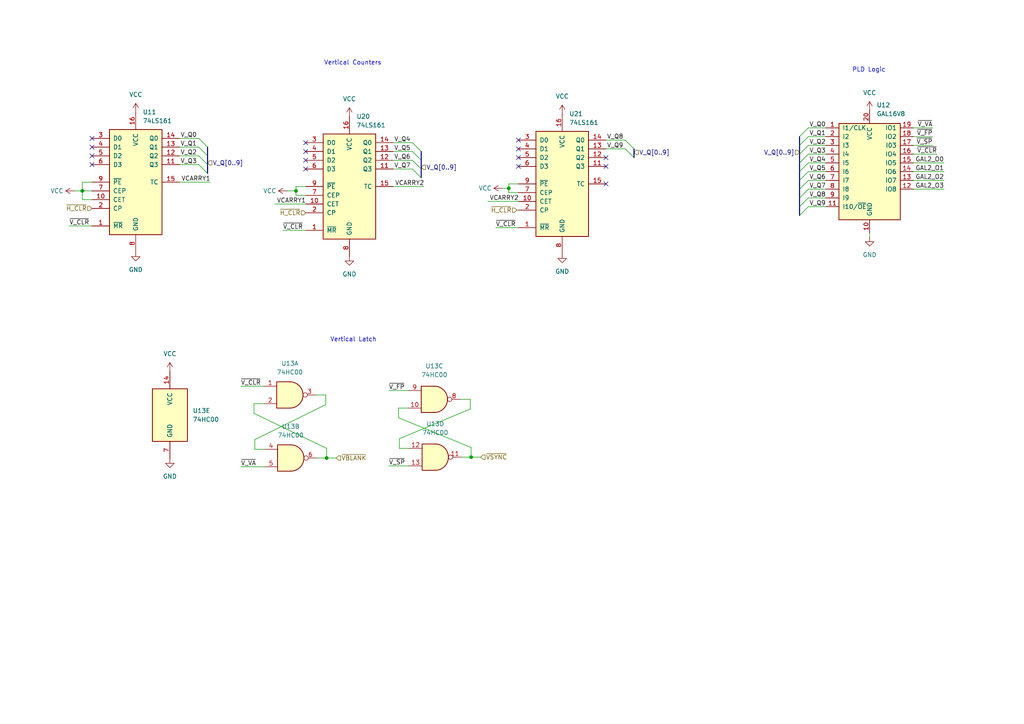
<source format=kicad_sch>
(kicad_sch (version 20211123) (generator eeschema)
  (paper "A4")
  (title_block (title "Vertical") (date "9/12/22") (rev "1.0") (company "Korey Bliss") (comment 1 "https://github.com/kblissExternal/6502"))
  (lib_symbols
    (symbol "74xx:74HC00" (pin_names (offset 1.016))
      (property "Reference" "U" (at 0 1.27 0))
      (property "Value" "74HC00" (at 0 -1.27 0))
      (symbol "74HC00_1_1"
        (arc (start 0 -3.81) (mid 3.81 0) (end 0 3.81) (stroke (width 0.254)) (fill (type background)))
        (polyline (pts (xy 0 3.81) (xy -3.81 3.81) (xy -3.81 -3.81) (xy 0 -3.81)) (stroke (width 0.254)) (fill (type background)))
        (pin input line (at -7.62 2.54 0) (length 3.81) (name "~") (number "1"))
        (pin input line (at -7.62 -2.54 0) (length 3.81) (name "~") (number "2"))
        (pin output inverted (at 7.62 0 180) (length 3.81) (name "~") (number "3"))
      )
      (symbol "74HC00_1_2"
        (arc (start -3.81 -3.81) (mid -2.589 0) (end -3.81 3.81) (stroke (width 0.254)))
        (arc (start -0.6096 -3.81) (mid 2.1842 -2.5851) (end 3.81 0) (stroke (width 0.254)) (fill (type background)))
        (polyline (pts (xy -3.81 -3.81) (xy -0.635 -3.81)) (stroke (width 0.254)) (fill (type background)))
        (polyline (pts (xy -3.81 3.81) (xy -0.635 3.81)) (stroke (width 0.254)) (fill (type background)))
        (polyline (pts (xy -0.635 3.81) (xy -3.81 3.81) (xy -3.81 3.81) (xy -3.556 3.4036) (xy -3.0226 2.2606) (xy -2.6924 1.0414) (xy -2.6162 -0.254) (xy -2.7686 -1.4986) (xy -3.175 -2.7178) (xy -3.81 -3.81) (xy -3.81 -3.81) (xy -0.635 -3.81)) (stroke (width -25.4)) (fill (type background)))
        (arc (start 3.81 0) (mid 2.1915 2.5936) (end -0.6096 3.81) (stroke (width 0.254)) (fill (type background)))
        (pin input inverted (at -7.62 2.54 0) (length 4.318) (name "~") (number "1"))
        (pin input inverted (at -7.62 -2.54 0) (length 4.318) (name "~") (number "2"))
        (pin output line (at 7.62 0 180) (length 3.81) (name "~") (number "3"))
      )
      (symbol "74HC00_2_1"
        (arc (start 0 -3.81) (mid 3.81 0) (end 0 3.81) (stroke (width 0.254)) (fill (type background)))
        (polyline (pts (xy 0 3.81) (xy -3.81 3.81) (xy -3.81 -3.81) (xy 0 -3.81)) (stroke (width 0.254)) (fill (type background)))
        (pin input line (at -7.62 2.54 0) (length 3.81) (name "~") (number "4"))
        (pin input line (at -7.62 -2.54 0) (length 3.81) (name "~") (number "5"))
        (pin output inverted (at 7.62 0 180) (length 3.81) (name "~") (number "6"))
      )
      (symbol "74HC00_2_2"
        (arc (start -3.81 -3.81) (mid -2.589 0) (end -3.81 3.81) (stroke (width 0.254)))
        (arc (start -0.6096 -3.81) (mid 2.1842 -2.5851) (end 3.81 0) (stroke (width 0.254)) (fill (type background)))
        (polyline (pts (xy -3.81 -3.81) (xy -0.635 -3.81)) (stroke (width 0.254)) (fill (type background)))
        (polyline (pts (xy -3.81 3.81) (xy -0.635 3.81)) (stroke (width 0.254)) (fill (type background)))
        (polyline (pts (xy -0.635 3.81) (xy -3.81 3.81) (xy -3.81 3.81) (xy -3.556 3.4036) (xy -3.0226 2.2606) (xy -2.6924 1.0414) (xy -2.6162 -0.254) (xy -2.7686 -1.4986) (xy -3.175 -2.7178) (xy -3.81 -3.81) (xy -3.81 -3.81) (xy -0.635 -3.81)) (stroke (width -25.4)) (fill (type background)))
        (arc (start 3.81 0) (mid 2.1915 2.5936) (end -0.6096 3.81) (stroke (width 0.254)) (fill (type background)))
        (pin input inverted (at -7.62 2.54 0) (length 4.318) (name "~") (number "4"))
        (pin input inverted (at -7.62 -2.54 0) (length 4.318) (name "~") (number "5"))
        (pin output line (at 7.62 0 180) (length 3.81) (name "~") (number "6"))
      )
      (symbol "74HC00_3_1"
        (arc (start 0 -3.81) (mid 3.81 0) (end 0 3.81) (stroke (width 0.254)) (fill (type background)))
        (polyline (pts (xy 0 3.81) (xy -3.81 3.81) (xy -3.81 -3.81) (xy 0 -3.81)) (stroke (width 0.254)) (fill (type background)))
        (pin input line (at -7.62 -2.54 0) (length 3.81) (name "~") (number "10"))
        (pin output inverted (at 7.62 0 180) (length 3.81) (name "~") (number "8"))
        (pin input line (at -7.62 2.54 0) (length 3.81) (name "~") (number "9"))
      )
      (symbol "74HC00_3_2"
        (arc (start -3.81 -3.81) (mid -2.589 0) (end -3.81 3.81) (stroke (width 0.254)))
        (arc (start -0.6096 -3.81) (mid 2.1842 -2.5851) (end 3.81 0) (stroke (width 0.254)) (fill (type background)))
        (polyline (pts (xy -3.81 -3.81) (xy -0.635 -3.81)) (stroke (width 0.254)) (fill (type background)))
        (polyline (pts (xy -3.81 3.81) (xy -0.635 3.81)) (stroke (width 0.254)) (fill (type background)))
        (polyline (pts (xy -0.635 3.81) (xy -3.81 3.81) (xy -3.81 3.81) (xy -3.556 3.4036) (xy -3.0226 2.2606) (xy -2.6924 1.0414) (xy -2.6162 -0.254) (xy -2.7686 -1.4986) (xy -3.175 -2.7178) (xy -3.81 -3.81) (xy -3.81 -3.81) (xy -0.635 -3.81)) (stroke (width -25.4)) (fill (type background)))
        (arc (start 3.81 0) (mid 2.1915 2.5936) (end -0.6096 3.81) (stroke (width 0.254)) (fill (type background)))
        (pin input inverted (at -7.62 -2.54 0) (length 4.318) (name "~") (number "10"))
        (pin output line (at 7.62 0 180) (length 3.81) (name "~") (number "8"))
        (pin input inverted (at -7.62 2.54 0) (length 4.318) (name "~") (number "9"))
      )
      (symbol "74HC00_4_1"
        (arc (start 0 -3.81) (mid 3.81 0) (end 0 3.81) (stroke (width 0.254)) (fill (type background)))
        (polyline (pts (xy 0 3.81) (xy -3.81 3.81) (xy -3.81 -3.81) (xy 0 -3.81)) (stroke (width 0.254)) (fill (type background)))
        (pin output inverted (at 7.62 0 180) (length 3.81) (name "~") (number "11"))
        (pin input line (at -7.62 2.54 0) (length 3.81) (name "~") (number "12"))
        (pin input line (at -7.62 -2.54 0) (length 3.81) (name "~") (number "13"))
      )
      (symbol "74HC00_4_2"
        (arc (start -3.81 -3.81) (mid -2.589 0) (end -3.81 3.81) (stroke (width 0.254)))
        (arc (start -0.6096 -3.81) (mid 2.1842 -2.5851) (end 3.81 0) (stroke (width 0.254)) (fill (type background)))
        (polyline (pts (xy -3.81 -3.81) (xy -0.635 -3.81)) (stroke (width 0.254)) (fill (type background)))
        (polyline (pts (xy -3.81 3.81) (xy -0.635 3.81)) (stroke (width 0.254)) (fill (type background)))
        (polyline (pts (xy -0.635 3.81) (xy -3.81 3.81) (xy -3.81 3.81) (xy -3.556 3.4036) (xy -3.0226 2.2606) (xy -2.6924 1.0414) (xy -2.6162 -0.254) (xy -2.7686 -1.4986) (xy -3.175 -2.7178) (xy -3.81 -3.81) (xy -3.81 -3.81) (xy -0.635 -3.81)) (stroke (width -25.4)) (fill (type background)))
        (arc (start 3.81 0) (mid 2.1915 2.5936) (end -0.6096 3.81) (stroke (width 0.254)) (fill (type background)))
        (pin output line (at 7.62 0 180) (length 3.81) (name "~") (number "11"))
        (pin input inverted (at -7.62 2.54 0) (length 4.318) (name "~") (number "12"))
        (pin input inverted (at -7.62 -2.54 0) (length 4.318) (name "~") (number "13"))
      )
      (symbol "74HC00_5_0"
        (pin power_in line (at 0 12.7 270) (length 5.08) (name "VCC") (number "14"))
        (pin power_in line (at 0 -12.7 90) (length 5.08) (name "GND") (number "7"))
      )
      (symbol "74HC00_5_1"
        (rectangle (start -5.08 7.62) (end 5.08 -7.62) (stroke (width 0.254)) (fill (type background)))
      )
    )
    (symbol "74xx:74LS161" (pin_names (offset 1.016))
      (property "Reference" "U" (at -7.62 16.51 0))
      (property "Value" "74LS161" (at -7.62 -16.51 0))
      (symbol "74LS161_1_0"
        (pin input line (at -12.7 -12.7 0) (length 5.08) (name "~{MR}") (number "1"))
        (pin input line (at -12.7 -5.08 0) (length 5.08) (name "CET") (number "10"))
        (pin output line (at 12.7 5.08 180) (length 5.08) (name "Q3") (number "11"))
        (pin output line (at 12.7 7.62 180) (length 5.08) (name "Q2") (number "12"))
        (pin output line (at 12.7 10.16 180) (length 5.08) (name "Q1") (number "13"))
        (pin output line (at 12.7 12.7 180) (length 5.08) (name "Q0") (number "14"))
        (pin output line (at 12.7 0 180) (length 5.08) (name "TC") (number "15"))
        (pin power_in line (at 0 20.32 270) (length 5.08) (name "VCC") (number "16"))
        (pin input line (at -12.7 -7.62 0) (length 5.08) (name "CP") (number "2"))
        (pin input line (at -12.7 12.7 0) (length 5.08) (name "D0") (number "3"))
        (pin input line (at -12.7 10.16 0) (length 5.08) (name "D1") (number "4"))
        (pin input line (at -12.7 7.62 0) (length 5.08) (name "D2") (number "5"))
        (pin input line (at -12.7 5.08 0) (length 5.08) (name "D3") (number "6"))
        (pin input line (at -12.7 -2.54 0) (length 5.08) (name "CEP") (number "7"))
        (pin power_in line (at 0 -20.32 90) (length 5.08) (name "GND") (number "8"))
        (pin input line (at -12.7 0 0) (length 5.08) (name "~{PE}") (number "9"))
      )
      (symbol "74LS161_1_1"
        (rectangle (start -7.62 15.24) (end 7.62 -15.24) (stroke (width 0.254)) (fill (type background)))
      )
    )
    (symbol "Logic_Programmable:GAL16V8" (pin_names (offset 1.016))
      (property "Reference" "U" (at -8.89 16.51 0))
      (property "Value" "GAL16V8" (at 1.27 16.51 0))
      (symbol "GAL16V8_0_0"
        (pin power_in line (at 0 -17.78 90) (length 3.81) (name "GND") (number "10"))
        (pin power_in line (at 0 17.78 270) (length 3.81) (name "VCC") (number "20"))
      )
      (symbol "GAL16V8_0_1"
        (rectangle (start -8.89 13.97) (end 8.89 -13.97) (stroke (width 0.254)) (fill (type background)))
      )
      (symbol "GAL16V8_1_1"
        (pin input line (at -12.7 12.7 0) (length 3.81) (name "I1/CLK") (number "1"))
        (pin input line (at -12.7 -10.16 0) (length 3.81) (name "I10/~{OE}") (number "11"))
        (pin tri_state line (at 12.7 -5.08 180) (length 3.81) (name "IO8") (number "12"))
        (pin tri_state line (at 12.7 -2.54 180) (length 3.81) (name "IO7") (number "13"))
        (pin tri_state line (at 12.7 0 180) (length 3.81) (name "IO6") (number "14"))
        (pin tri_state line (at 12.7 2.54 180) (length 3.81) (name "IO5") (number "15"))
        (pin tri_state line (at 12.7 5.08 180) (length 3.81) (name "IO4") (number "16"))
        (pin tri_state line (at 12.7 7.62 180) (length 3.81) (name "I03") (number "17"))
        (pin tri_state line (at 12.7 10.16 180) (length 3.81) (name "IO2") (number "18"))
        (pin tri_state line (at 12.7 12.7 180) (length 3.81) (name "IO1") (number "19"))
        (pin input line (at -12.7 10.16 0) (length 3.81) (name "I2") (number "2"))
        (pin input line (at -12.7 7.62 0) (length 3.81) (name "I3") (number "3"))
        (pin input line (at -12.7 5.08 0) (length 3.81) (name "I4") (number "4"))
        (pin input line (at -12.7 2.54 0) (length 3.81) (name "I5") (number "5"))
        (pin input line (at -12.7 0 0) (length 3.81) (name "I6") (number "6"))
        (pin input line (at -12.7 -2.54 0) (length 3.81) (name "I7") (number "7"))
        (pin input line (at -12.7 -5.08 0) (length 3.81) (name "I8") (number "8"))
        (pin input line (at -12.7 -7.62 0) (length 3.81) (name "I9") (number "9"))
      )
    )
    (symbol "power:GND" (power) (pin_names (offset 0))
      (property "Value" "GND" (at 0 -3.81 0))
      (symbol "GND_0_1"
        (polyline (pts (xy 0 0) (xy 0 -1.27) (xy 1.27 -1.27) (xy 0 -2.54) (xy -1.27 -1.27) (xy 0 -1.27)))
      )
      (symbol "GND_1_1"
        (pin power_in line (at 0 0 270) (length 0) hide (name "GND") (number "1"))
      )
    )
    (symbol "power:VCC" (power) (pin_names (offset 0))
      (property "Value" "VCC" (at 0 3.81 0))
      (symbol "VCC_0_1"
        (polyline (pts (xy -0.762 1.27) (xy 0 2.54)))
        (polyline (pts (xy 0 0) (xy 0 2.54)))
        (polyline (pts (xy 0 2.54) (xy 0.762 1.27)))
      )
      (symbol "VCC_1_1"
        (pin power_in line (at 0 0 90) (length 0) hide (name "VCC") (number "1"))
      )
    )
  )
  (junction (at 94.742 132.842))
  (junction (at 23.876 55.372))
  (junction (at 136.652 132.588))
  (junction (at 147.574 54.61))
  (junction (at 85.852 55.372))
  (no_connect (at 175.768 45.72))
  (no_connect (at 26.67 42.672))
  (no_connect (at 175.768 53.34))
  (no_connect (at 175.768 48.26))
  (no_connect (at 150.368 43.18))
  (no_connect (at 88.646 49.022))
  (no_connect (at 26.67 47.752))
  (no_connect (at 88.646 41.402))
  (no_connect (at 88.646 43.942))
  (no_connect (at 150.368 48.26))
  (no_connect (at 88.646 46.482))
  (no_connect (at 26.67 45.212))
  (no_connect (at 150.368 45.72))
  (no_connect (at 26.67 40.132))
  (no_connect (at 150.368 40.64))
  (bus_entry (at 119.634 49.022) (size 2.54 2.54))
  (bus_entry (at 234.442 37.084) (size -2.54 2.54))
  (bus_entry (at 57.658 42.672) (size 2.54 2.54))
  (bus_entry (at 234.442 59.944) (size -2.54 2.54))
  (bus_entry (at 57.658 47.752) (size 2.54 2.54))
  (bus_entry (at 234.442 49.784) (size -2.54 2.54))
  (bus_entry (at 57.658 45.212) (size 2.54 2.54))
  (bus_entry (at 234.442 42.164) (size -2.54 2.54))
  (bus_entry (at 119.634 43.942) (size 2.54 2.54))
  (bus_entry (at 181.356 40.64) (size 2.54 2.54))
  (bus_entry (at 234.442 47.244) (size -2.54 2.54))
  (bus_entry (at 234.442 54.864) (size -2.54 2.54))
  (bus_entry (at 57.658 40.132) (size 2.54 2.54))
  (bus_entry (at 119.634 41.402) (size 2.54 2.54))
  (bus_entry (at 234.442 39.624) (size -2.54 2.54))
  (bus_entry (at 119.634 46.482) (size 2.54 2.54))
  (bus_entry (at 234.442 57.404) (size -2.54 2.54))
  (bus_entry (at 234.442 44.704) (size -2.54 2.54))
  (bus_entry (at 181.356 43.18) (size 2.54 2.54))
  (bus_entry (at 234.442 52.324) (size -2.54 2.54))
  (wire (pts (xy 264.922 42.164) (xy 270.51 42.164)))
  (wire (pts (xy 149.86 60.96) (xy 150.368 60.96)))
  (wire (pts (xy 21.59 55.372) (xy 23.876 55.372)))
  (bus (pts (xy 231.902 54.864) (xy 231.902 57.404)))
  (bus (pts (xy 231.902 52.324) (xy 231.902 54.864)))
  (wire (pts (xy 52.07 45.212) (xy 57.658 45.212)))
  (wire (pts (xy 114.046 49.022) (xy 119.634 49.022)))
  (wire (pts (xy 115.57 118.364) (xy 118.364 118.364)))
  (wire (pts (xy 239.522 44.704) (xy 234.442 44.704)))
  (wire (pts (xy 264.922 39.624) (xy 270.51 39.624)))
  (wire (pts (xy 82.042 66.802) (xy 88.646 66.802)))
  (bus (pts (xy 122.174 46.482) (xy 122.174 49.022)))
  (wire (pts (xy 83.312 55.372) (xy 85.852 55.372)))
  (wire (pts (xy 73.66 119.888) (xy 94.742 130.048)))
  (wire (pts (xy 73.66 117.094) (xy 76.454 117.094)))
  (wire (pts (xy 94.742 132.842) (xy 94.742 130.048)))
  (bus (pts (xy 122.174 43.942) (xy 122.174 46.482)))
  (wire (pts (xy 115.824 130.048) (xy 118.618 130.048)))
  (wire (pts (xy 115.824 127.254) (xy 136.398 118.618)))
  (wire (pts (xy 23.876 55.372) (xy 23.876 52.832)))
  (wire (pts (xy 20.066 65.532) (xy 26.67 65.532)))
  (bus (pts (xy 231.902 44.704) (xy 231.902 47.244)))
  (wire (pts (xy 73.914 130.302) (xy 73.914 127.508)))
  (wire (pts (xy 147.574 53.34) (xy 150.368 53.34)))
  (bus (pts (xy 231.902 59.944) (xy 231.902 62.484)))
  (wire (pts (xy 85.852 56.642) (xy 88.646 56.642)))
  (wire (pts (xy 91.694 114.554) (xy 94.488 114.554)))
  (wire (pts (xy 52.07 47.752) (xy 57.658 47.752)))
  (wire (pts (xy 239.522 42.164) (xy 234.442 42.164)))
  (wire (pts (xy 91.948 132.842) (xy 94.742 132.842)))
  (wire (pts (xy 175.768 40.64) (xy 181.356 40.64)))
  (wire (pts (xy 239.522 52.324) (xy 234.442 52.324)))
  (wire (pts (xy 115.57 121.158) (xy 115.57 118.364)))
  (wire (pts (xy 52.07 42.672) (xy 57.658 42.672)))
  (wire (pts (xy 239.522 59.944) (xy 234.442 59.944)))
  (wire (pts (xy 112.776 135.128) (xy 118.618 135.128)))
  (wire (pts (xy 147.574 55.88) (xy 150.368 55.88)))
  (wire (pts (xy 73.914 130.302) (xy 76.708 130.302)))
  (wire (pts (xy 85.852 54.102) (xy 88.646 54.102)))
  (wire (pts (xy 23.876 52.832) (xy 26.67 52.832)))
  (bus (pts (xy 60.198 45.212) (xy 60.198 47.752)))
  (wire (pts (xy 264.922 52.324) (xy 273.812 52.324)))
  (wire (pts (xy 69.85 112.014) (xy 76.454 112.014)))
  (wire (pts (xy 136.652 132.588) (xy 139.446 132.588)))
  (wire (pts (xy 23.876 57.912) (xy 23.876 55.372)))
  (wire (pts (xy 133.604 115.824) (xy 136.398 115.824)))
  (wire (pts (xy 239.522 49.784) (xy 234.442 49.784)))
  (wire (pts (xy 94.742 132.842) (xy 97.536 132.842)))
  (bus (pts (xy 231.902 49.784) (xy 231.902 52.324)))
  (wire (pts (xy 264.922 49.784) (xy 273.812 49.784)))
  (wire (pts (xy 85.852 55.372) (xy 85.852 54.102)))
  (wire (pts (xy 252.222 67.564) (xy 252.222 68.834)))
  (bus (pts (xy 231.902 57.404) (xy 231.902 59.944)))
  (wire (pts (xy 239.522 54.864) (xy 234.442 54.864)))
  (bus (pts (xy 231.902 47.244) (xy 231.902 49.784)))
  (wire (pts (xy 23.876 55.372) (xy 26.67 55.372)))
  (wire (pts (xy 264.922 44.704) (xy 271.78 44.704)))
  (bus (pts (xy 60.198 47.752) (xy 60.198 50.292)))
  (wire (pts (xy 23.876 57.912) (xy 26.67 57.912)))
  (wire (pts (xy 239.522 37.084) (xy 234.442 37.084)))
  (wire (pts (xy 114.046 54.102) (xy 122.936 54.102)))
  (wire (pts (xy 147.574 54.61) (xy 147.574 53.34)))
  (wire (pts (xy 141.478 58.42) (xy 150.368 58.42)))
  (wire (pts (xy 94.488 117.348) (xy 94.488 114.554)))
  (wire (pts (xy 239.522 47.244) (xy 234.442 47.244)))
  (wire (pts (xy 133.858 132.588) (xy 136.652 132.588)))
  (wire (pts (xy 136.398 118.618) (xy 136.398 115.824)))
  (wire (pts (xy 85.852 55.372) (xy 85.852 56.642)))
  (wire (pts (xy 79.756 59.182) (xy 88.646 59.182)))
  (wire (pts (xy 114.046 43.942) (xy 119.634 43.942)))
  (wire (pts (xy 264.922 47.244) (xy 273.812 47.244)))
  (bus (pts (xy 231.902 39.624) (xy 231.902 42.164)))
  (wire (pts (xy 264.922 54.864) (xy 273.812 54.864)))
  (wire (pts (xy 115.57 121.158) (xy 136.652 129.794)))
  (wire (pts (xy 239.522 39.624) (xy 234.442 39.624)))
  (wire (pts (xy 147.574 54.61) (xy 147.574 55.88)))
  (wire (pts (xy 264.922 37.084) (xy 270.51 37.084)))
  (wire (pts (xy 143.764 66.04) (xy 150.368 66.04)))
  (bus (pts (xy 231.902 42.164) (xy 231.902 44.704)))
  (bus (pts (xy 60.198 42.672) (xy 60.198 45.212)))
  (wire (pts (xy 115.824 130.048) (xy 115.824 127.254)))
  (wire (pts (xy 145.796 54.61) (xy 147.574 54.61)))
  (bus (pts (xy 183.896 43.18) (xy 183.896 45.72)))
  (wire (pts (xy 114.046 41.402) (xy 119.634 41.402)))
  (wire (pts (xy 73.66 119.888) (xy 73.66 117.094)))
  (wire (pts (xy 136.652 132.588) (xy 136.652 129.794)))
  (wire (pts (xy 69.85 135.382) (xy 76.708 135.382)))
  (wire (pts (xy 112.776 113.284) (xy 118.364 113.284)))
  (wire (pts (xy 52.07 40.132) (xy 57.658 40.132)))
  (wire (pts (xy 73.914 127.508) (xy 94.488 117.348)))
  (wire (pts (xy 175.768 43.18) (xy 181.356 43.18)))
  (bus (pts (xy 122.174 49.022) (xy 122.174 51.562)))
  (wire (pts (xy 114.046 46.482) (xy 119.634 46.482)))
  (wire (pts (xy 239.522 57.404) (xy 234.442 57.404)))
  (wire (pts (xy 52.07 52.832) (xy 60.96 52.832)))
  (text "PLD Logic" (at 247.142 21.082 0) (effects (font (size 1.27 1.27)) (justify left bottom)))
  (text "Vertical Counters" (at 93.98 19.05 0) (effects (font (size 1.27 1.27)) (justify left bottom)))
  (text "Vertical Latch" (at 95.758 99.314 0) (effects (font (size 1.27 1.27)) (justify left bottom)))
  (label "V_Q8" (at 176.022 40.64 0))
  (label "GAL2_O2" (at 273.812 52.324 180))
  (label "V_Q3" (at 52.324 47.752 0))
  (label "V_Q0" (at 52.324 40.132 0))
  (label "V_Q2" (at 52.324 45.212 0))
  (label "V_Q1" (at 52.324 42.672 0))
  (label "GAL2_O0" (at 273.812 47.244 180))
  (label "~{V_CLR}" (at 25.908 65.532 180))
  (label "GAL2_O3" (at 273.812 54.864 180))
  (label "VCARRY2" (at 141.986 58.42 0))
  (label "V_Q1" (at 239.522 39.624 180))
  (label "V_Q2" (at 239.522 42.164 180))
  (label "V_Q6" (at 239.522 52.324 180))
  (label "V_Q5" (at 114.3 43.942 0))
  (label "~{V_VA}" (at 270.51 37.084 180))
  (label "V_Q4" (at 239.522 47.244 180))
  (label "V_Q0" (at 239.522 37.084 180))
  (label "~{V_CLR}" (at 69.85 112.014 0))
  (label "~{V_VA}" (at 69.85 135.382 0))
  (label "~{V_FP}" (at 270.51 39.624 180))
  (label "~{V_CLR}" (at 87.884 66.802 180))
  (label "~{V_SP}" (at 270.51 42.164 180))
  (label "V_Q7" (at 114.3 49.022 0))
  (label "V_Q3" (at 239.522 44.704 180))
  (label "~{V_SP}" (at 112.776 135.128 0))
  (label "V_Q4" (at 114.3 41.402 0))
  (label "VCARRY2" (at 114.554 54.102 0))
  (label "VCARRY1" (at 52.578 52.832 0))
  (label "~{V_FP}" (at 112.776 113.284 0))
  (label "VCARRY1" (at 80.264 59.182 0))
  (label "~{V_CLR}" (at 149.606 66.04 180))
  (label "V_Q9" (at 239.522 59.944 180))
  (label "V_Q8" (at 239.522 57.404 180))
  (label "V_Q6" (at 114.3 46.482 0))
  (label "V_Q9" (at 176.022 43.18 0))
  (label "V_Q7" (at 239.522 54.864 180))
  (label "V_Q5" (at 239.522 49.784 180))
  (label "GAL2_O1" (at 273.812 49.784 180))
  (label "~{V_CLR}" (at 271.78 44.704 180))
  (hierarchical_label "V_Q[0..9]" (shape input) (at 60.198 47.244 0))
  (hierarchical_label "~{H_CLR}" (shape input) (at 26.67 60.452 180))
  (hierarchical_label "V_Q[0..9]" (shape input) (at 231.902 44.196 180))
  (hierarchical_label "~{VBLANK}" (shape input) (at 97.536 132.842 0))
  (hierarchical_label "V_Q[0..9]" (shape input) (at 183.896 44.196 0))
  (hierarchical_label "V_Q[0..9]" (shape input) (at 122.174 48.514 0))
  (hierarchical_label "~{H_CLR}" (shape input) (at 149.86 60.96 180))
  (hierarchical_label "~{VSYNC}" (shape input) (at 139.446 132.588 0))
  (hierarchical_label "~{H_CLR}" (shape input) (at 88.646 61.722 180))
  (symbol (lib_id "74xx:74HC00") (at 84.328 132.842 0) (unit 2)
    (property "Reference" "U13" (at 84.328 123.698 0))
    (property "Value" "74HC00" (at 84.328 126.238 0))
    (property "Footprint" "Package_DIP:DIP-14_W7.62mm_Socket" (effects hide))
    (property "Datasheet" "http://www.ti.com/lit/gpn/sn74hc00" (effects hide))
    (property "ComponentPurchaseUrl" "https://mou.sr/3BgiB2x" (effects hide))
    (property "FootprintPurchaseUrl" "https://mou.sr/3DAlE8i" (effects hide))
  )
  (symbol (lib_id "74xx:74HC00") (at 125.984 115.824 0) (unit 3)
    (property "Reference" "U13" (at 125.984 106.172 0))
    (property "Value" "74HC00" (at 125.984 108.712 0))
    (property "Footprint" "Package_DIP:DIP-14_W7.62mm_Socket" (effects hide))
    (property "Datasheet" "http://www.ti.com/lit/gpn/sn74hc00" (effects hide))
    (property "ComponentPurchaseUrl" "https://mou.sr/3BgiB2x" (effects hide))
    (property "FootprintPurchaseUrl" "https://mou.sr/3DAlE8i" (effects hide))
  )
  (symbol (lib_id "power:VCC") (at 83.312 55.372 90) (unit 1)
    (property "Reference" "#PWR0162" (effects hide))
    (property "Value" "VCC" (at 78.232 55.372 90))
  )
  (symbol (lib_id "power:GND") (at 101.346 74.422 0) (unit 1)
    (property "Reference" "#PWR051" (effects hide))
    (property "Value" "GND" (at 101.346 79.502 0))
  )
  (symbol (lib_id "74xx:74LS161") (at 163.068 53.34 0) (unit 1)
    (property "Reference" "U21" (at 165.0874 33.02 0) (effects (justify left)))
    (property "Value" "74LS161" (at 165.0874 35.56 0) (effects (justify left)))
    (property "Footprint" "Package_DIP:DIP-16_W7.62mm_Socket" (effects hide))
    (property "Datasheet" "http://www.ti.com/lit/gpn/sn74LS161" (effects hide))
    (property "ComponentPurchaseUrl" "https://mou.sr/3BzZZfc" (effects hide))
    (property "FootprintPuchaseUrl" "https://mou.sr/3xt2Q7o" (effects hide))
  )
  (symbol (lib_id "power:VCC") (at 163.068 33.02 0) (unit 1)
    (property "Reference" "#PWR053" (effects hide))
    (property "Value" "VCC" (at 163.068 27.94 0))
  )
  (symbol (lib_id "power:GND") (at 252.222 68.834 0) (unit 1)
    (property "Reference" "#PWR0126" (effects hide))
    (property "Value" "GND" (at 252.222 73.914 0))
  )
  (symbol (lib_id "power:VCC") (at 101.346 33.782 0) (unit 1)
    (property "Reference" "#PWR050" (effects hide))
    (property "Value" "VCC" (at 101.346 28.702 0))
  )
  (symbol (lib_id "74xx:74HC00") (at 49.276 120.396 0) (unit 5)
    (property "Reference" "U13" (at 55.88 119.1259 0) (effects (justify left)))
    (property "Value" "74HC00" (at 55.88 121.6659 0) (effects (justify left)))
    (property "Footprint" "Package_DIP:DIP-14_W7.62mm_Socket" (effects hide))
    (property "Datasheet" "http://www.ti.com/lit/gpn/sn74hc00" (effects hide))
    (property "ComponentPurchaseUrl" "https://mou.sr/3BgiB2x" (effects hide))
    (property "FootprintPurchaseUrl" "https://mou.sr/3DAlE8i" (effects hide))
  )
  (symbol (lib_id "74xx:74LS161") (at 101.346 54.102 0) (unit 1)
    (property "Reference" "U20" (at 103.3654 33.782 0) (effects (justify left)))
    (property "Value" "74LS161" (at 103.3654 36.322 0) (effects (justify left)))
    (property "Footprint" "Package_DIP:DIP-16_W7.62mm_Socket" (effects hide))
    (property "Datasheet" "http://www.ti.com/lit/gpn/sn74LS161" (effects hide))
    (property "ComponentPurchaseUrl" "https://mou.sr/3BzZZfc" (effects hide))
    (property "FootprintPurchaseUrl" "https://mou.sr/3xt2Q7o" (effects hide))
  )
  (symbol (lib_id "power:VCC") (at 252.222 32.004 0) (unit 1)
    (property "Reference" "#PWR0122" (effects hide))
    (property "Value" "VCC" (at 252.222 26.924 0))
  )
  (symbol (lib_id "power:VCC") (at 39.37 32.512 0) (unit 1)
    (property "Reference" "#PWR045" (effects hide))
    (property "Value" "VCC" (at 39.37 27.432 0))
  )
  (symbol (lib_id "power:VCC") (at 21.59 55.372 90) (unit 1)
    (property "Reference" "#PWR0163" (effects hide))
    (property "Value" "VCC" (at 16.51 55.372 90))
  )
  (symbol (lib_id "74xx:74HC00") (at 84.074 114.554 0) (unit 1)
    (property "Reference" "U13" (at 84.074 105.41 0))
    (property "Value" "74HC00" (at 84.074 107.95 0))
    (property "Footprint" "Package_DIP:DIP-14_W7.62mm_Socket" (effects hide))
    (property "Datasheet" "http://www.ti.com/lit/gpn/sn74hc00" (effects hide))
    (property "ComponentPurchaseUrl" "https://mou.sr/3BgiB2x" (effects hide))
    (property "FootprintPurchaseUrl" "https://mou.sr/3DAlE8i" (effects hide))
  )
  (symbol (lib_id "power:VCC") (at 49.276 107.696 0) (unit 1)
    (property "Reference" "#PWR0127" (effects hide))
    (property "Value" "VCC" (at 49.276 102.616 0))
  )
  (symbol (lib_id "power:GND") (at 39.37 73.152 0) (unit 1)
    (property "Reference" "#PWR046" (effects hide))
    (property "Value" "GND" (at 39.37 78.232 0))
  )
  (symbol (lib_id "power:GND") (at 49.276 133.096 0) (unit 1)
    (property "Reference" "#PWR0128" (effects hide))
    (property "Value" "GND" (at 49.276 138.176 0))
  )
  (symbol (lib_id "74xx:74HC00") (at 126.238 132.588 0) (unit 4)
    (property "Reference" "U13" (at 126.238 122.936 0))
    (property "Value" "74HC00" (at 126.238 125.476 0))
    (property "Footprint" "Package_DIP:DIP-14_W7.62mm_Socket" (effects hide))
    (property "Datasheet" "http://www.ti.com/lit/gpn/sn74hc00" (effects hide))
    (property "ComponentPurchaseUrl" "https://mou.sr/3BgiB2x" (effects hide))
    (property "FootprintPurchaseUrl" "https://mou.sr/3DAlE8i" (effects hide))
  )
  (symbol (lib_id "power:VCC") (at 145.796 54.61 90) (unit 1)
    (property "Reference" "#PWR0161" (effects hide))
    (property "Value" "VCC" (at 140.716 54.61 90))
  )
  (symbol (lib_id "74xx:74LS161") (at 39.37 52.832 0) (unit 1)
    (property "Reference" "U11" (at 41.3894 32.512 0) (effects (justify left)))
    (property "Value" "74LS161" (at 41.3894 35.052 0) (effects (justify left)))
    (property "Footprint" "Package_DIP:DIP-16_W7.62mm_Socket" (effects hide))
    (property "Datasheet" "http://www.ti.com/lit/gpn/sn74LS161" (effects hide))
    (property "ComponentPurchaseUrl" "https://mou.sr/3BzZZfc" (effects hide))
    (property "FootprintPurchaseUrl" "https://mou.sr/3xt2Q7o" (effects hide))
  )
  (symbol (lib_id "power:GND") (at 163.068 73.66 0) (unit 1)
    (property "Reference" "#PWR054" (effects hide))
    (property "Value" "GND" (at 163.068 78.74 0))
  )
  (symbol (lib_id "Logic_Programmable:GAL16V8") (at 252.222 49.784 0) (unit 1)
    (property "Reference" "U12" (at 254.2414 30.48 0) (effects (justify left)))
    (property "Value" "GAL16V8" (at 254.2414 33.02 0) (effects (justify left)))
    (property "Footprint" "Package_DIP:DIP-20_W7.62mm_Socket" (effects hide))
    (property "Datasheet" "http://ww1.microchip.com/downloads/en/devicedoc/DOC0425.PDF" (effects hide))
    (property "ComponentPurchaseUrl" "https://mou.sr/3qwJien" (effects hide))
    (property "FootprintPurchaseUrl" "https://mou.sr/3defX5i" (effects hide))
  )
)
</source>
